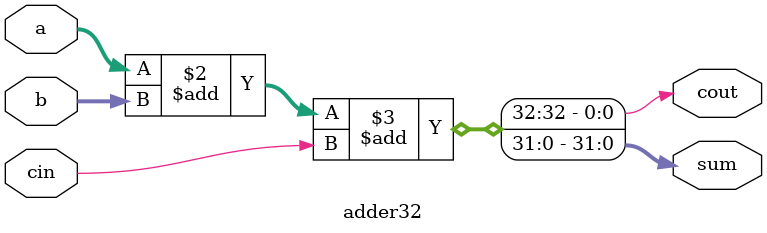
<source format=sv>
module adder32 (
    input  logic [31:0] a,
    input  logic [31:0] b,
    input  logic        cin,
    output logic [31:0] sum,
    output logic        cout
);
    always @(*) begin
        {cout, sum} = a + b + cin;
    end
endmodule


</source>
